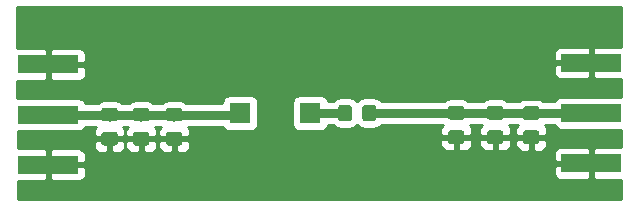
<source format=gbr>
G04 #@! TF.GenerationSoftware,KiCad,Pcbnew,(6.0.0-rc1-dev-305-gf0b8b21)*
G04 #@! TF.CreationDate,2020-01-16T15:17:02-08:00*
G04 #@! TF.ProjectId,29.4MHz_Bandpass_Filter_Rev1,32392E344D487A5F42616E6470617373,rev?*
G04 #@! TF.SameCoordinates,Original*
G04 #@! TF.FileFunction,Copper,L1,Top,Signal*
G04 #@! TF.FilePolarity,Positive*
%FSLAX46Y46*%
G04 Gerber Fmt 4.6, Leading zero omitted, Abs format (unit mm)*
G04 Created by KiCad (PCBNEW (6.0.0-rc1-dev-305-gf0b8b21)) date Thursday, January 16, 2020 at 03:17:02 PM*
%MOMM*%
%LPD*%
G01*
G04 APERTURE LIST*
G04 #@! TA.AperFunction,Conductor*
%ADD10C,0.100000*%
G04 #@! TD*
G04 #@! TA.AperFunction,SMDPad,CuDef*
%ADD11C,1.150000*%
G04 #@! TD*
G04 #@! TA.AperFunction,SMDPad,CuDef*
%ADD12R,1.778000X1.778000*%
G04 #@! TD*
G04 #@! TA.AperFunction,SMDPad,CuDef*
%ADD13R,5.080000X1.500000*%
G04 #@! TD*
G04 #@! TA.AperFunction,Conductor*
%ADD14C,0.250000*%
G04 #@! TD*
G04 #@! TA.AperFunction,Conductor*
%ADD15C,0.762000*%
G04 #@! TD*
G04 #@! TA.AperFunction,Conductor*
%ADD16C,0.254000*%
G04 #@! TD*
G04 APERTURE END LIST*
D10*
G04 #@! TO.N,Net-(C1-Pad1)*
G04 #@! TO.C,C1*
G36*
X121251505Y-55678204D02*
X121275773Y-55681804D01*
X121299572Y-55687765D01*
X121322671Y-55696030D01*
X121344850Y-55706520D01*
X121365893Y-55719132D01*
X121385599Y-55733747D01*
X121403777Y-55750223D01*
X121420253Y-55768401D01*
X121434868Y-55788107D01*
X121447480Y-55809150D01*
X121457970Y-55831329D01*
X121466235Y-55854428D01*
X121472196Y-55878227D01*
X121475796Y-55902495D01*
X121477000Y-55926999D01*
X121477000Y-56577001D01*
X121475796Y-56601505D01*
X121472196Y-56625773D01*
X121466235Y-56649572D01*
X121457970Y-56672671D01*
X121447480Y-56694850D01*
X121434868Y-56715893D01*
X121420253Y-56735599D01*
X121403777Y-56753777D01*
X121385599Y-56770253D01*
X121365893Y-56784868D01*
X121344850Y-56797480D01*
X121322671Y-56807970D01*
X121299572Y-56816235D01*
X121275773Y-56822196D01*
X121251505Y-56825796D01*
X121227001Y-56827000D01*
X120326999Y-56827000D01*
X120302495Y-56825796D01*
X120278227Y-56822196D01*
X120254428Y-56816235D01*
X120231329Y-56807970D01*
X120209150Y-56797480D01*
X120188107Y-56784868D01*
X120168401Y-56770253D01*
X120150223Y-56753777D01*
X120133747Y-56735599D01*
X120119132Y-56715893D01*
X120106520Y-56694850D01*
X120096030Y-56672671D01*
X120087765Y-56649572D01*
X120081804Y-56625773D01*
X120078204Y-56601505D01*
X120077000Y-56577001D01*
X120077000Y-55926999D01*
X120078204Y-55902495D01*
X120081804Y-55878227D01*
X120087765Y-55854428D01*
X120096030Y-55831329D01*
X120106520Y-55809150D01*
X120119132Y-55788107D01*
X120133747Y-55768401D01*
X120150223Y-55750223D01*
X120168401Y-55733747D01*
X120188107Y-55719132D01*
X120209150Y-55706520D01*
X120231329Y-55696030D01*
X120254428Y-55687765D01*
X120278227Y-55681804D01*
X120302495Y-55678204D01*
X120326999Y-55677000D01*
X121227001Y-55677000D01*
X121251505Y-55678204D01*
X121251505Y-55678204D01*
G37*
D11*
G04 #@! TD*
G04 #@! TO.P,C1,1*
G04 #@! TO.N,Net-(C1-Pad1)*
X120777000Y-56252000D03*
D10*
G04 #@! TO.N,GND*
G04 #@! TO.C,C1*
G36*
X121251505Y-57728204D02*
X121275773Y-57731804D01*
X121299572Y-57737765D01*
X121322671Y-57746030D01*
X121344850Y-57756520D01*
X121365893Y-57769132D01*
X121385599Y-57783747D01*
X121403777Y-57800223D01*
X121420253Y-57818401D01*
X121434868Y-57838107D01*
X121447480Y-57859150D01*
X121457970Y-57881329D01*
X121466235Y-57904428D01*
X121472196Y-57928227D01*
X121475796Y-57952495D01*
X121477000Y-57976999D01*
X121477000Y-58627001D01*
X121475796Y-58651505D01*
X121472196Y-58675773D01*
X121466235Y-58699572D01*
X121457970Y-58722671D01*
X121447480Y-58744850D01*
X121434868Y-58765893D01*
X121420253Y-58785599D01*
X121403777Y-58803777D01*
X121385599Y-58820253D01*
X121365893Y-58834868D01*
X121344850Y-58847480D01*
X121322671Y-58857970D01*
X121299572Y-58866235D01*
X121275773Y-58872196D01*
X121251505Y-58875796D01*
X121227001Y-58877000D01*
X120326999Y-58877000D01*
X120302495Y-58875796D01*
X120278227Y-58872196D01*
X120254428Y-58866235D01*
X120231329Y-58857970D01*
X120209150Y-58847480D01*
X120188107Y-58834868D01*
X120168401Y-58820253D01*
X120150223Y-58803777D01*
X120133747Y-58785599D01*
X120119132Y-58765893D01*
X120106520Y-58744850D01*
X120096030Y-58722671D01*
X120087765Y-58699572D01*
X120081804Y-58675773D01*
X120078204Y-58651505D01*
X120077000Y-58627001D01*
X120077000Y-57976999D01*
X120078204Y-57952495D01*
X120081804Y-57928227D01*
X120087765Y-57904428D01*
X120096030Y-57881329D01*
X120106520Y-57859150D01*
X120119132Y-57838107D01*
X120133747Y-57818401D01*
X120150223Y-57800223D01*
X120168401Y-57783747D01*
X120188107Y-57769132D01*
X120209150Y-57756520D01*
X120231329Y-57746030D01*
X120254428Y-57737765D01*
X120278227Y-57731804D01*
X120302495Y-57728204D01*
X120326999Y-57727000D01*
X121227001Y-57727000D01*
X121251505Y-57728204D01*
X121251505Y-57728204D01*
G37*
D11*
G04 #@! TD*
G04 #@! TO.P,C1,2*
G04 #@! TO.N,GND*
X120777000Y-58302000D03*
D10*
G04 #@! TO.N,GND*
G04 #@! TO.C,C2*
G36*
X124045505Y-57728204D02*
X124069773Y-57731804D01*
X124093572Y-57737765D01*
X124116671Y-57746030D01*
X124138850Y-57756520D01*
X124159893Y-57769132D01*
X124179599Y-57783747D01*
X124197777Y-57800223D01*
X124214253Y-57818401D01*
X124228868Y-57838107D01*
X124241480Y-57859150D01*
X124251970Y-57881329D01*
X124260235Y-57904428D01*
X124266196Y-57928227D01*
X124269796Y-57952495D01*
X124271000Y-57976999D01*
X124271000Y-58627001D01*
X124269796Y-58651505D01*
X124266196Y-58675773D01*
X124260235Y-58699572D01*
X124251970Y-58722671D01*
X124241480Y-58744850D01*
X124228868Y-58765893D01*
X124214253Y-58785599D01*
X124197777Y-58803777D01*
X124179599Y-58820253D01*
X124159893Y-58834868D01*
X124138850Y-58847480D01*
X124116671Y-58857970D01*
X124093572Y-58866235D01*
X124069773Y-58872196D01*
X124045505Y-58875796D01*
X124021001Y-58877000D01*
X123120999Y-58877000D01*
X123096495Y-58875796D01*
X123072227Y-58872196D01*
X123048428Y-58866235D01*
X123025329Y-58857970D01*
X123003150Y-58847480D01*
X122982107Y-58834868D01*
X122962401Y-58820253D01*
X122944223Y-58803777D01*
X122927747Y-58785599D01*
X122913132Y-58765893D01*
X122900520Y-58744850D01*
X122890030Y-58722671D01*
X122881765Y-58699572D01*
X122875804Y-58675773D01*
X122872204Y-58651505D01*
X122871000Y-58627001D01*
X122871000Y-57976999D01*
X122872204Y-57952495D01*
X122875804Y-57928227D01*
X122881765Y-57904428D01*
X122890030Y-57881329D01*
X122900520Y-57859150D01*
X122913132Y-57838107D01*
X122927747Y-57818401D01*
X122944223Y-57800223D01*
X122962401Y-57783747D01*
X122982107Y-57769132D01*
X123003150Y-57756520D01*
X123025329Y-57746030D01*
X123048428Y-57737765D01*
X123072227Y-57731804D01*
X123096495Y-57728204D01*
X123120999Y-57727000D01*
X124021001Y-57727000D01*
X124045505Y-57728204D01*
X124045505Y-57728204D01*
G37*
D11*
G04 #@! TD*
G04 #@! TO.P,C2,2*
G04 #@! TO.N,GND*
X123571000Y-58302000D03*
D10*
G04 #@! TO.N,Net-(C1-Pad1)*
G04 #@! TO.C,C2*
G36*
X124045505Y-55678204D02*
X124069773Y-55681804D01*
X124093572Y-55687765D01*
X124116671Y-55696030D01*
X124138850Y-55706520D01*
X124159893Y-55719132D01*
X124179599Y-55733747D01*
X124197777Y-55750223D01*
X124214253Y-55768401D01*
X124228868Y-55788107D01*
X124241480Y-55809150D01*
X124251970Y-55831329D01*
X124260235Y-55854428D01*
X124266196Y-55878227D01*
X124269796Y-55902495D01*
X124271000Y-55926999D01*
X124271000Y-56577001D01*
X124269796Y-56601505D01*
X124266196Y-56625773D01*
X124260235Y-56649572D01*
X124251970Y-56672671D01*
X124241480Y-56694850D01*
X124228868Y-56715893D01*
X124214253Y-56735599D01*
X124197777Y-56753777D01*
X124179599Y-56770253D01*
X124159893Y-56784868D01*
X124138850Y-56797480D01*
X124116671Y-56807970D01*
X124093572Y-56816235D01*
X124069773Y-56822196D01*
X124045505Y-56825796D01*
X124021001Y-56827000D01*
X123120999Y-56827000D01*
X123096495Y-56825796D01*
X123072227Y-56822196D01*
X123048428Y-56816235D01*
X123025329Y-56807970D01*
X123003150Y-56797480D01*
X122982107Y-56784868D01*
X122962401Y-56770253D01*
X122944223Y-56753777D01*
X122927747Y-56735599D01*
X122913132Y-56715893D01*
X122900520Y-56694850D01*
X122890030Y-56672671D01*
X122881765Y-56649572D01*
X122875804Y-56625773D01*
X122872204Y-56601505D01*
X122871000Y-56577001D01*
X122871000Y-55926999D01*
X122872204Y-55902495D01*
X122875804Y-55878227D01*
X122881765Y-55854428D01*
X122890030Y-55831329D01*
X122900520Y-55809150D01*
X122913132Y-55788107D01*
X122927747Y-55768401D01*
X122944223Y-55750223D01*
X122962401Y-55733747D01*
X122982107Y-55719132D01*
X123003150Y-55706520D01*
X123025329Y-55696030D01*
X123048428Y-55687765D01*
X123072227Y-55681804D01*
X123096495Y-55678204D01*
X123120999Y-55677000D01*
X124021001Y-55677000D01*
X124045505Y-55678204D01*
X124045505Y-55678204D01*
G37*
D11*
G04 #@! TD*
G04 #@! TO.P,C2,1*
G04 #@! TO.N,Net-(C1-Pad1)*
X123571000Y-56252000D03*
D12*
G04 #@! TO.P,C3,1*
G04 #@! TO.N,Net-(C3-Pad1)*
X135094472Y-56134000D03*
G04 #@! TO.P,C3,2*
G04 #@! TO.N,Net-(C1-Pad1)*
X129159000Y-56134000D03*
G04 #@! TD*
D10*
G04 #@! TO.N,GND*
G04 #@! TO.C,C4*
G36*
X147921505Y-57592204D02*
X147945773Y-57595804D01*
X147969572Y-57601765D01*
X147992671Y-57610030D01*
X148014850Y-57620520D01*
X148035893Y-57633132D01*
X148055599Y-57647747D01*
X148073777Y-57664223D01*
X148090253Y-57682401D01*
X148104868Y-57702107D01*
X148117480Y-57723150D01*
X148127970Y-57745329D01*
X148136235Y-57768428D01*
X148142196Y-57792227D01*
X148145796Y-57816495D01*
X148147000Y-57840999D01*
X148147000Y-58491001D01*
X148145796Y-58515505D01*
X148142196Y-58539773D01*
X148136235Y-58563572D01*
X148127970Y-58586671D01*
X148117480Y-58608850D01*
X148104868Y-58629893D01*
X148090253Y-58649599D01*
X148073777Y-58667777D01*
X148055599Y-58684253D01*
X148035893Y-58698868D01*
X148014850Y-58711480D01*
X147992671Y-58721970D01*
X147969572Y-58730235D01*
X147945773Y-58736196D01*
X147921505Y-58739796D01*
X147897001Y-58741000D01*
X146996999Y-58741000D01*
X146972495Y-58739796D01*
X146948227Y-58736196D01*
X146924428Y-58730235D01*
X146901329Y-58721970D01*
X146879150Y-58711480D01*
X146858107Y-58698868D01*
X146838401Y-58684253D01*
X146820223Y-58667777D01*
X146803747Y-58649599D01*
X146789132Y-58629893D01*
X146776520Y-58608850D01*
X146766030Y-58586671D01*
X146757765Y-58563572D01*
X146751804Y-58539773D01*
X146748204Y-58515505D01*
X146747000Y-58491001D01*
X146747000Y-57840999D01*
X146748204Y-57816495D01*
X146751804Y-57792227D01*
X146757765Y-57768428D01*
X146766030Y-57745329D01*
X146776520Y-57723150D01*
X146789132Y-57702107D01*
X146803747Y-57682401D01*
X146820223Y-57664223D01*
X146838401Y-57647747D01*
X146858107Y-57633132D01*
X146879150Y-57620520D01*
X146901329Y-57610030D01*
X146924428Y-57601765D01*
X146948227Y-57595804D01*
X146972495Y-57592204D01*
X146996999Y-57591000D01*
X147897001Y-57591000D01*
X147921505Y-57592204D01*
X147921505Y-57592204D01*
G37*
D11*
G04 #@! TD*
G04 #@! TO.P,C4,1*
G04 #@! TO.N,GND*
X147447000Y-58166000D03*
D10*
G04 #@! TO.N,Net-(C4-Pad2)*
G04 #@! TO.C,C4*
G36*
X147921505Y-55542204D02*
X147945773Y-55545804D01*
X147969572Y-55551765D01*
X147992671Y-55560030D01*
X148014850Y-55570520D01*
X148035893Y-55583132D01*
X148055599Y-55597747D01*
X148073777Y-55614223D01*
X148090253Y-55632401D01*
X148104868Y-55652107D01*
X148117480Y-55673150D01*
X148127970Y-55695329D01*
X148136235Y-55718428D01*
X148142196Y-55742227D01*
X148145796Y-55766495D01*
X148147000Y-55790999D01*
X148147000Y-56441001D01*
X148145796Y-56465505D01*
X148142196Y-56489773D01*
X148136235Y-56513572D01*
X148127970Y-56536671D01*
X148117480Y-56558850D01*
X148104868Y-56579893D01*
X148090253Y-56599599D01*
X148073777Y-56617777D01*
X148055599Y-56634253D01*
X148035893Y-56648868D01*
X148014850Y-56661480D01*
X147992671Y-56671970D01*
X147969572Y-56680235D01*
X147945773Y-56686196D01*
X147921505Y-56689796D01*
X147897001Y-56691000D01*
X146996999Y-56691000D01*
X146972495Y-56689796D01*
X146948227Y-56686196D01*
X146924428Y-56680235D01*
X146901329Y-56671970D01*
X146879150Y-56661480D01*
X146858107Y-56648868D01*
X146838401Y-56634253D01*
X146820223Y-56617777D01*
X146803747Y-56599599D01*
X146789132Y-56579893D01*
X146776520Y-56558850D01*
X146766030Y-56536671D01*
X146757765Y-56513572D01*
X146751804Y-56489773D01*
X146748204Y-56465505D01*
X146747000Y-56441001D01*
X146747000Y-55790999D01*
X146748204Y-55766495D01*
X146751804Y-55742227D01*
X146757765Y-55718428D01*
X146766030Y-55695329D01*
X146776520Y-55673150D01*
X146789132Y-55652107D01*
X146803747Y-55632401D01*
X146820223Y-55614223D01*
X146838401Y-55597747D01*
X146858107Y-55583132D01*
X146879150Y-55570520D01*
X146901329Y-55560030D01*
X146924428Y-55551765D01*
X146948227Y-55545804D01*
X146972495Y-55542204D01*
X146996999Y-55541000D01*
X147897001Y-55541000D01*
X147921505Y-55542204D01*
X147921505Y-55542204D01*
G37*
D11*
G04 #@! TD*
G04 #@! TO.P,C4,2*
G04 #@! TO.N,Net-(C4-Pad2)*
X147447000Y-56116000D03*
D10*
G04 #@! TO.N,GND*
G04 #@! TO.C,C5*
G36*
X151223505Y-57592204D02*
X151247773Y-57595804D01*
X151271572Y-57601765D01*
X151294671Y-57610030D01*
X151316850Y-57620520D01*
X151337893Y-57633132D01*
X151357599Y-57647747D01*
X151375777Y-57664223D01*
X151392253Y-57682401D01*
X151406868Y-57702107D01*
X151419480Y-57723150D01*
X151429970Y-57745329D01*
X151438235Y-57768428D01*
X151444196Y-57792227D01*
X151447796Y-57816495D01*
X151449000Y-57840999D01*
X151449000Y-58491001D01*
X151447796Y-58515505D01*
X151444196Y-58539773D01*
X151438235Y-58563572D01*
X151429970Y-58586671D01*
X151419480Y-58608850D01*
X151406868Y-58629893D01*
X151392253Y-58649599D01*
X151375777Y-58667777D01*
X151357599Y-58684253D01*
X151337893Y-58698868D01*
X151316850Y-58711480D01*
X151294671Y-58721970D01*
X151271572Y-58730235D01*
X151247773Y-58736196D01*
X151223505Y-58739796D01*
X151199001Y-58741000D01*
X150298999Y-58741000D01*
X150274495Y-58739796D01*
X150250227Y-58736196D01*
X150226428Y-58730235D01*
X150203329Y-58721970D01*
X150181150Y-58711480D01*
X150160107Y-58698868D01*
X150140401Y-58684253D01*
X150122223Y-58667777D01*
X150105747Y-58649599D01*
X150091132Y-58629893D01*
X150078520Y-58608850D01*
X150068030Y-58586671D01*
X150059765Y-58563572D01*
X150053804Y-58539773D01*
X150050204Y-58515505D01*
X150049000Y-58491001D01*
X150049000Y-57840999D01*
X150050204Y-57816495D01*
X150053804Y-57792227D01*
X150059765Y-57768428D01*
X150068030Y-57745329D01*
X150078520Y-57723150D01*
X150091132Y-57702107D01*
X150105747Y-57682401D01*
X150122223Y-57664223D01*
X150140401Y-57647747D01*
X150160107Y-57633132D01*
X150181150Y-57620520D01*
X150203329Y-57610030D01*
X150226428Y-57601765D01*
X150250227Y-57595804D01*
X150274495Y-57592204D01*
X150298999Y-57591000D01*
X151199001Y-57591000D01*
X151223505Y-57592204D01*
X151223505Y-57592204D01*
G37*
D11*
G04 #@! TD*
G04 #@! TO.P,C5,2*
G04 #@! TO.N,GND*
X150749000Y-58166000D03*
D10*
G04 #@! TO.N,Net-(C4-Pad2)*
G04 #@! TO.C,C5*
G36*
X151223505Y-55542204D02*
X151247773Y-55545804D01*
X151271572Y-55551765D01*
X151294671Y-55560030D01*
X151316850Y-55570520D01*
X151337893Y-55583132D01*
X151357599Y-55597747D01*
X151375777Y-55614223D01*
X151392253Y-55632401D01*
X151406868Y-55652107D01*
X151419480Y-55673150D01*
X151429970Y-55695329D01*
X151438235Y-55718428D01*
X151444196Y-55742227D01*
X151447796Y-55766495D01*
X151449000Y-55790999D01*
X151449000Y-56441001D01*
X151447796Y-56465505D01*
X151444196Y-56489773D01*
X151438235Y-56513572D01*
X151429970Y-56536671D01*
X151419480Y-56558850D01*
X151406868Y-56579893D01*
X151392253Y-56599599D01*
X151375777Y-56617777D01*
X151357599Y-56634253D01*
X151337893Y-56648868D01*
X151316850Y-56661480D01*
X151294671Y-56671970D01*
X151271572Y-56680235D01*
X151247773Y-56686196D01*
X151223505Y-56689796D01*
X151199001Y-56691000D01*
X150298999Y-56691000D01*
X150274495Y-56689796D01*
X150250227Y-56686196D01*
X150226428Y-56680235D01*
X150203329Y-56671970D01*
X150181150Y-56661480D01*
X150160107Y-56648868D01*
X150140401Y-56634253D01*
X150122223Y-56617777D01*
X150105747Y-56599599D01*
X150091132Y-56579893D01*
X150078520Y-56558850D01*
X150068030Y-56536671D01*
X150059765Y-56513572D01*
X150053804Y-56489773D01*
X150050204Y-56465505D01*
X150049000Y-56441001D01*
X150049000Y-55790999D01*
X150050204Y-55766495D01*
X150053804Y-55742227D01*
X150059765Y-55718428D01*
X150068030Y-55695329D01*
X150078520Y-55673150D01*
X150091132Y-55652107D01*
X150105747Y-55632401D01*
X150122223Y-55614223D01*
X150140401Y-55597747D01*
X150160107Y-55583132D01*
X150181150Y-55570520D01*
X150203329Y-55560030D01*
X150226428Y-55551765D01*
X150250227Y-55545804D01*
X150274495Y-55542204D01*
X150298999Y-55541000D01*
X151199001Y-55541000D01*
X151223505Y-55542204D01*
X151223505Y-55542204D01*
G37*
D11*
G04 #@! TD*
G04 #@! TO.P,C5,1*
G04 #@! TO.N,Net-(C4-Pad2)*
X150749000Y-56116000D03*
D13*
G04 #@! TO.P,J1,1*
G04 #@! TO.N,Net-(C1-Pad1)*
X112903000Y-56261000D03*
G04 #@! TO.P,J1,2*
G04 #@! TO.N,GND*
X112903000Y-60511000D03*
X112903000Y-52011000D03*
G04 #@! TD*
G04 #@! TO.P,J2,2*
G04 #@! TO.N,GND*
X158877000Y-60384000D03*
X158877000Y-51884000D03*
G04 #@! TO.P,J2,1*
G04 #@! TO.N,Net-(C4-Pad2)*
X158877000Y-56134000D03*
G04 #@! TD*
D10*
G04 #@! TO.N,GND*
G04 #@! TO.C,L1*
G36*
X118575505Y-57728204D02*
X118599773Y-57731804D01*
X118623572Y-57737765D01*
X118646671Y-57746030D01*
X118668850Y-57756520D01*
X118689893Y-57769132D01*
X118709599Y-57783747D01*
X118727777Y-57800223D01*
X118744253Y-57818401D01*
X118758868Y-57838107D01*
X118771480Y-57859150D01*
X118781970Y-57881329D01*
X118790235Y-57904428D01*
X118796196Y-57928227D01*
X118799796Y-57952495D01*
X118801000Y-57976999D01*
X118801000Y-58627001D01*
X118799796Y-58651505D01*
X118796196Y-58675773D01*
X118790235Y-58699572D01*
X118781970Y-58722671D01*
X118771480Y-58744850D01*
X118758868Y-58765893D01*
X118744253Y-58785599D01*
X118727777Y-58803777D01*
X118709599Y-58820253D01*
X118689893Y-58834868D01*
X118668850Y-58847480D01*
X118646671Y-58857970D01*
X118623572Y-58866235D01*
X118599773Y-58872196D01*
X118575505Y-58875796D01*
X118551001Y-58877000D01*
X117650999Y-58877000D01*
X117626495Y-58875796D01*
X117602227Y-58872196D01*
X117578428Y-58866235D01*
X117555329Y-58857970D01*
X117533150Y-58847480D01*
X117512107Y-58834868D01*
X117492401Y-58820253D01*
X117474223Y-58803777D01*
X117457747Y-58785599D01*
X117443132Y-58765893D01*
X117430520Y-58744850D01*
X117420030Y-58722671D01*
X117411765Y-58699572D01*
X117405804Y-58675773D01*
X117402204Y-58651505D01*
X117401000Y-58627001D01*
X117401000Y-57976999D01*
X117402204Y-57952495D01*
X117405804Y-57928227D01*
X117411765Y-57904428D01*
X117420030Y-57881329D01*
X117430520Y-57859150D01*
X117443132Y-57838107D01*
X117457747Y-57818401D01*
X117474223Y-57800223D01*
X117492401Y-57783747D01*
X117512107Y-57769132D01*
X117533150Y-57756520D01*
X117555329Y-57746030D01*
X117578428Y-57737765D01*
X117602227Y-57731804D01*
X117626495Y-57728204D01*
X117650999Y-57727000D01*
X118551001Y-57727000D01*
X118575505Y-57728204D01*
X118575505Y-57728204D01*
G37*
D11*
G04 #@! TD*
G04 #@! TO.P,L1,2*
G04 #@! TO.N,GND*
X118101000Y-58302000D03*
D10*
G04 #@! TO.N,Net-(C1-Pad1)*
G04 #@! TO.C,L1*
G36*
X118575505Y-55678204D02*
X118599773Y-55681804D01*
X118623572Y-55687765D01*
X118646671Y-55696030D01*
X118668850Y-55706520D01*
X118689893Y-55719132D01*
X118709599Y-55733747D01*
X118727777Y-55750223D01*
X118744253Y-55768401D01*
X118758868Y-55788107D01*
X118771480Y-55809150D01*
X118781970Y-55831329D01*
X118790235Y-55854428D01*
X118796196Y-55878227D01*
X118799796Y-55902495D01*
X118801000Y-55926999D01*
X118801000Y-56577001D01*
X118799796Y-56601505D01*
X118796196Y-56625773D01*
X118790235Y-56649572D01*
X118781970Y-56672671D01*
X118771480Y-56694850D01*
X118758868Y-56715893D01*
X118744253Y-56735599D01*
X118727777Y-56753777D01*
X118709599Y-56770253D01*
X118689893Y-56784868D01*
X118668850Y-56797480D01*
X118646671Y-56807970D01*
X118623572Y-56816235D01*
X118599773Y-56822196D01*
X118575505Y-56825796D01*
X118551001Y-56827000D01*
X117650999Y-56827000D01*
X117626495Y-56825796D01*
X117602227Y-56822196D01*
X117578428Y-56816235D01*
X117555329Y-56807970D01*
X117533150Y-56797480D01*
X117512107Y-56784868D01*
X117492401Y-56770253D01*
X117474223Y-56753777D01*
X117457747Y-56735599D01*
X117443132Y-56715893D01*
X117430520Y-56694850D01*
X117420030Y-56672671D01*
X117411765Y-56649572D01*
X117405804Y-56625773D01*
X117402204Y-56601505D01*
X117401000Y-56577001D01*
X117401000Y-55926999D01*
X117402204Y-55902495D01*
X117405804Y-55878227D01*
X117411765Y-55854428D01*
X117420030Y-55831329D01*
X117430520Y-55809150D01*
X117443132Y-55788107D01*
X117457747Y-55768401D01*
X117474223Y-55750223D01*
X117492401Y-55733747D01*
X117512107Y-55719132D01*
X117533150Y-55706520D01*
X117555329Y-55696030D01*
X117578428Y-55687765D01*
X117602227Y-55681804D01*
X117626495Y-55678204D01*
X117650999Y-55677000D01*
X118551001Y-55677000D01*
X118575505Y-55678204D01*
X118575505Y-55678204D01*
G37*
D11*
G04 #@! TD*
G04 #@! TO.P,L1,1*
G04 #@! TO.N,Net-(C1-Pad1)*
X118101000Y-56252000D03*
D10*
G04 #@! TO.N,Net-(C3-Pad1)*
G04 #@! TO.C,L2*
G36*
X138380505Y-55435204D02*
X138404773Y-55438804D01*
X138428572Y-55444765D01*
X138451671Y-55453030D01*
X138473850Y-55463520D01*
X138494893Y-55476132D01*
X138514599Y-55490747D01*
X138532777Y-55507223D01*
X138549253Y-55525401D01*
X138563868Y-55545107D01*
X138576480Y-55566150D01*
X138586970Y-55588329D01*
X138595235Y-55611428D01*
X138601196Y-55635227D01*
X138604796Y-55659495D01*
X138606000Y-55683999D01*
X138606000Y-56584001D01*
X138604796Y-56608505D01*
X138601196Y-56632773D01*
X138595235Y-56656572D01*
X138586970Y-56679671D01*
X138576480Y-56701850D01*
X138563868Y-56722893D01*
X138549253Y-56742599D01*
X138532777Y-56760777D01*
X138514599Y-56777253D01*
X138494893Y-56791868D01*
X138473850Y-56804480D01*
X138451671Y-56814970D01*
X138428572Y-56823235D01*
X138404773Y-56829196D01*
X138380505Y-56832796D01*
X138356001Y-56834000D01*
X137705999Y-56834000D01*
X137681495Y-56832796D01*
X137657227Y-56829196D01*
X137633428Y-56823235D01*
X137610329Y-56814970D01*
X137588150Y-56804480D01*
X137567107Y-56791868D01*
X137547401Y-56777253D01*
X137529223Y-56760777D01*
X137512747Y-56742599D01*
X137498132Y-56722893D01*
X137485520Y-56701850D01*
X137475030Y-56679671D01*
X137466765Y-56656572D01*
X137460804Y-56632773D01*
X137457204Y-56608505D01*
X137456000Y-56584001D01*
X137456000Y-55683999D01*
X137457204Y-55659495D01*
X137460804Y-55635227D01*
X137466765Y-55611428D01*
X137475030Y-55588329D01*
X137485520Y-55566150D01*
X137498132Y-55545107D01*
X137512747Y-55525401D01*
X137529223Y-55507223D01*
X137547401Y-55490747D01*
X137567107Y-55476132D01*
X137588150Y-55463520D01*
X137610329Y-55453030D01*
X137633428Y-55444765D01*
X137657227Y-55438804D01*
X137681495Y-55435204D01*
X137705999Y-55434000D01*
X138356001Y-55434000D01*
X138380505Y-55435204D01*
X138380505Y-55435204D01*
G37*
D11*
G04 #@! TD*
G04 #@! TO.P,L2,1*
G04 #@! TO.N,Net-(C3-Pad1)*
X138031000Y-56134000D03*
D10*
G04 #@! TO.N,Net-(C4-Pad2)*
G04 #@! TO.C,L2*
G36*
X140430505Y-55435204D02*
X140454773Y-55438804D01*
X140478572Y-55444765D01*
X140501671Y-55453030D01*
X140523850Y-55463520D01*
X140544893Y-55476132D01*
X140564599Y-55490747D01*
X140582777Y-55507223D01*
X140599253Y-55525401D01*
X140613868Y-55545107D01*
X140626480Y-55566150D01*
X140636970Y-55588329D01*
X140645235Y-55611428D01*
X140651196Y-55635227D01*
X140654796Y-55659495D01*
X140656000Y-55683999D01*
X140656000Y-56584001D01*
X140654796Y-56608505D01*
X140651196Y-56632773D01*
X140645235Y-56656572D01*
X140636970Y-56679671D01*
X140626480Y-56701850D01*
X140613868Y-56722893D01*
X140599253Y-56742599D01*
X140582777Y-56760777D01*
X140564599Y-56777253D01*
X140544893Y-56791868D01*
X140523850Y-56804480D01*
X140501671Y-56814970D01*
X140478572Y-56823235D01*
X140454773Y-56829196D01*
X140430505Y-56832796D01*
X140406001Y-56834000D01*
X139755999Y-56834000D01*
X139731495Y-56832796D01*
X139707227Y-56829196D01*
X139683428Y-56823235D01*
X139660329Y-56814970D01*
X139638150Y-56804480D01*
X139617107Y-56791868D01*
X139597401Y-56777253D01*
X139579223Y-56760777D01*
X139562747Y-56742599D01*
X139548132Y-56722893D01*
X139535520Y-56701850D01*
X139525030Y-56679671D01*
X139516765Y-56656572D01*
X139510804Y-56632773D01*
X139507204Y-56608505D01*
X139506000Y-56584001D01*
X139506000Y-55683999D01*
X139507204Y-55659495D01*
X139510804Y-55635227D01*
X139516765Y-55611428D01*
X139525030Y-55588329D01*
X139535520Y-55566150D01*
X139548132Y-55545107D01*
X139562747Y-55525401D01*
X139579223Y-55507223D01*
X139597401Y-55490747D01*
X139617107Y-55476132D01*
X139638150Y-55463520D01*
X139660329Y-55453030D01*
X139683428Y-55444765D01*
X139707227Y-55438804D01*
X139731495Y-55435204D01*
X139755999Y-55434000D01*
X140406001Y-55434000D01*
X140430505Y-55435204D01*
X140430505Y-55435204D01*
G37*
D11*
G04 #@! TD*
G04 #@! TO.P,L2,2*
G04 #@! TO.N,Net-(C4-Pad2)*
X140081000Y-56134000D03*
D10*
G04 #@! TO.N,Net-(C4-Pad2)*
G04 #@! TO.C,L3*
G36*
X154271505Y-55551204D02*
X154295773Y-55554804D01*
X154319572Y-55560765D01*
X154342671Y-55569030D01*
X154364850Y-55579520D01*
X154385893Y-55592132D01*
X154405599Y-55606747D01*
X154423777Y-55623223D01*
X154440253Y-55641401D01*
X154454868Y-55661107D01*
X154467480Y-55682150D01*
X154477970Y-55704329D01*
X154486235Y-55727428D01*
X154492196Y-55751227D01*
X154495796Y-55775495D01*
X154497000Y-55799999D01*
X154497000Y-56450001D01*
X154495796Y-56474505D01*
X154492196Y-56498773D01*
X154486235Y-56522572D01*
X154477970Y-56545671D01*
X154467480Y-56567850D01*
X154454868Y-56588893D01*
X154440253Y-56608599D01*
X154423777Y-56626777D01*
X154405599Y-56643253D01*
X154385893Y-56657868D01*
X154364850Y-56670480D01*
X154342671Y-56680970D01*
X154319572Y-56689235D01*
X154295773Y-56695196D01*
X154271505Y-56698796D01*
X154247001Y-56700000D01*
X153346999Y-56700000D01*
X153322495Y-56698796D01*
X153298227Y-56695196D01*
X153274428Y-56689235D01*
X153251329Y-56680970D01*
X153229150Y-56670480D01*
X153208107Y-56657868D01*
X153188401Y-56643253D01*
X153170223Y-56626777D01*
X153153747Y-56608599D01*
X153139132Y-56588893D01*
X153126520Y-56567850D01*
X153116030Y-56545671D01*
X153107765Y-56522572D01*
X153101804Y-56498773D01*
X153098204Y-56474505D01*
X153097000Y-56450001D01*
X153097000Y-55799999D01*
X153098204Y-55775495D01*
X153101804Y-55751227D01*
X153107765Y-55727428D01*
X153116030Y-55704329D01*
X153126520Y-55682150D01*
X153139132Y-55661107D01*
X153153747Y-55641401D01*
X153170223Y-55623223D01*
X153188401Y-55606747D01*
X153208107Y-55592132D01*
X153229150Y-55579520D01*
X153251329Y-55569030D01*
X153274428Y-55560765D01*
X153298227Y-55554804D01*
X153322495Y-55551204D01*
X153346999Y-55550000D01*
X154247001Y-55550000D01*
X154271505Y-55551204D01*
X154271505Y-55551204D01*
G37*
D11*
G04 #@! TD*
G04 #@! TO.P,L3,1*
G04 #@! TO.N,Net-(C4-Pad2)*
X153797000Y-56125000D03*
D10*
G04 #@! TO.N,GND*
G04 #@! TO.C,L3*
G36*
X154271505Y-57601204D02*
X154295773Y-57604804D01*
X154319572Y-57610765D01*
X154342671Y-57619030D01*
X154364850Y-57629520D01*
X154385893Y-57642132D01*
X154405599Y-57656747D01*
X154423777Y-57673223D01*
X154440253Y-57691401D01*
X154454868Y-57711107D01*
X154467480Y-57732150D01*
X154477970Y-57754329D01*
X154486235Y-57777428D01*
X154492196Y-57801227D01*
X154495796Y-57825495D01*
X154497000Y-57849999D01*
X154497000Y-58500001D01*
X154495796Y-58524505D01*
X154492196Y-58548773D01*
X154486235Y-58572572D01*
X154477970Y-58595671D01*
X154467480Y-58617850D01*
X154454868Y-58638893D01*
X154440253Y-58658599D01*
X154423777Y-58676777D01*
X154405599Y-58693253D01*
X154385893Y-58707868D01*
X154364850Y-58720480D01*
X154342671Y-58730970D01*
X154319572Y-58739235D01*
X154295773Y-58745196D01*
X154271505Y-58748796D01*
X154247001Y-58750000D01*
X153346999Y-58750000D01*
X153322495Y-58748796D01*
X153298227Y-58745196D01*
X153274428Y-58739235D01*
X153251329Y-58730970D01*
X153229150Y-58720480D01*
X153208107Y-58707868D01*
X153188401Y-58693253D01*
X153170223Y-58676777D01*
X153153747Y-58658599D01*
X153139132Y-58638893D01*
X153126520Y-58617850D01*
X153116030Y-58595671D01*
X153107765Y-58572572D01*
X153101804Y-58548773D01*
X153098204Y-58524505D01*
X153097000Y-58500001D01*
X153097000Y-57849999D01*
X153098204Y-57825495D01*
X153101804Y-57801227D01*
X153107765Y-57777428D01*
X153116030Y-57754329D01*
X153126520Y-57732150D01*
X153139132Y-57711107D01*
X153153747Y-57691401D01*
X153170223Y-57673223D01*
X153188401Y-57656747D01*
X153208107Y-57642132D01*
X153229150Y-57629520D01*
X153251329Y-57619030D01*
X153274428Y-57610765D01*
X153298227Y-57604804D01*
X153322495Y-57601204D01*
X153346999Y-57600000D01*
X154247001Y-57600000D01*
X154271505Y-57601204D01*
X154271505Y-57601204D01*
G37*
D11*
G04 #@! TD*
G04 #@! TO.P,L3,2*
G04 #@! TO.N,GND*
X153797000Y-58175000D03*
D14*
G04 #@! TO.N,Net-(C1-Pad1)*
X129032000Y-56261000D02*
X129159000Y-56134000D01*
D15*
X112903000Y-56261000D02*
X129032000Y-56261000D01*
G04 #@! TO.N,Net-(C3-Pad1)*
X135094472Y-56134000D02*
X138031000Y-56134000D01*
G04 #@! TO.N,Net-(C4-Pad2)*
X140081000Y-56134000D02*
X158877000Y-56134000D01*
G04 #@! TD*
D16*
G04 #@! TO.N,GND*
G36*
X161417000Y-50499000D02*
X159162750Y-50499000D01*
X159004000Y-50657750D01*
X159004000Y-51757000D01*
X159024000Y-51757000D01*
X159024000Y-52011000D01*
X159004000Y-52011000D01*
X159004000Y-53110250D01*
X159162750Y-53269000D01*
X161417000Y-53269000D01*
X161417000Y-54736560D01*
X156337000Y-54736560D01*
X156089235Y-54785843D01*
X155879191Y-54926191D01*
X155751027Y-55118000D01*
X154810626Y-55118000D01*
X154590436Y-54970873D01*
X154247001Y-54902560D01*
X153346999Y-54902560D01*
X153003564Y-54970873D01*
X152783374Y-55118000D01*
X151776096Y-55118000D01*
X151542436Y-54961873D01*
X151199001Y-54893560D01*
X150298999Y-54893560D01*
X149955564Y-54961873D01*
X149721904Y-55118000D01*
X148474096Y-55118000D01*
X148240436Y-54961873D01*
X147897001Y-54893560D01*
X146996999Y-54893560D01*
X146653564Y-54961873D01*
X146419904Y-55118000D01*
X141086414Y-55118000D01*
X141040586Y-55049414D01*
X140749436Y-54854873D01*
X140406001Y-54786560D01*
X139755999Y-54786560D01*
X139412564Y-54854873D01*
X139121414Y-55049414D01*
X139056000Y-55147313D01*
X138990586Y-55049414D01*
X138699436Y-54854873D01*
X138356001Y-54786560D01*
X137705999Y-54786560D01*
X137362564Y-54854873D01*
X137071414Y-55049414D01*
X137025586Y-55118000D01*
X136605650Y-55118000D01*
X136581629Y-54997235D01*
X136441281Y-54787191D01*
X136231237Y-54646843D01*
X135983472Y-54597560D01*
X134205472Y-54597560D01*
X133957707Y-54646843D01*
X133747663Y-54787191D01*
X133607315Y-54997235D01*
X133558032Y-55245000D01*
X133558032Y-57023000D01*
X133607315Y-57270765D01*
X133747663Y-57480809D01*
X133957707Y-57621157D01*
X134205472Y-57670440D01*
X135983472Y-57670440D01*
X136231237Y-57621157D01*
X136441281Y-57480809D01*
X136581629Y-57270765D01*
X136605650Y-57150000D01*
X137025586Y-57150000D01*
X137071414Y-57218586D01*
X137362564Y-57413127D01*
X137705999Y-57481440D01*
X138356001Y-57481440D01*
X138699436Y-57413127D01*
X138990586Y-57218586D01*
X139056000Y-57120687D01*
X139121414Y-57218586D01*
X139412564Y-57413127D01*
X139755999Y-57481440D01*
X140406001Y-57481440D01*
X140749436Y-57413127D01*
X141040586Y-57218586D01*
X141086414Y-57150000D01*
X146289975Y-57150000D01*
X146208673Y-57231302D01*
X146112000Y-57464691D01*
X146112000Y-57880250D01*
X146270750Y-58039000D01*
X147320000Y-58039000D01*
X147320000Y-58019000D01*
X147574000Y-58019000D01*
X147574000Y-58039000D01*
X148623250Y-58039000D01*
X148782000Y-57880250D01*
X148782000Y-57464691D01*
X148685327Y-57231302D01*
X148604025Y-57150000D01*
X149591975Y-57150000D01*
X149510673Y-57231302D01*
X149414000Y-57464691D01*
X149414000Y-57880250D01*
X149572750Y-58039000D01*
X150622000Y-58039000D01*
X150622000Y-58019000D01*
X150876000Y-58019000D01*
X150876000Y-58039000D01*
X151925250Y-58039000D01*
X152084000Y-57880250D01*
X152084000Y-57464691D01*
X151987327Y-57231302D01*
X151906025Y-57150000D01*
X152648974Y-57150000D01*
X152558673Y-57240302D01*
X152462000Y-57473691D01*
X152462000Y-57889250D01*
X152620750Y-58048000D01*
X153670000Y-58048000D01*
X153670000Y-58028000D01*
X153924000Y-58028000D01*
X153924000Y-58048000D01*
X154973250Y-58048000D01*
X155132000Y-57889250D01*
X155132000Y-57473691D01*
X155035327Y-57240302D01*
X154945026Y-57150000D01*
X155751027Y-57150000D01*
X155879191Y-57341809D01*
X156089235Y-57482157D01*
X156337000Y-57531440D01*
X161417000Y-57531440D01*
X161417000Y-58999000D01*
X159162750Y-58999000D01*
X159004000Y-59157750D01*
X159004000Y-60257000D01*
X159024000Y-60257000D01*
X159024000Y-60511000D01*
X159004000Y-60511000D01*
X159004000Y-61610250D01*
X159162750Y-61769000D01*
X161417000Y-61769000D01*
X161417000Y-63373000D01*
X110362027Y-63373000D01*
X110350665Y-61896000D01*
X112617250Y-61896000D01*
X112776000Y-61737250D01*
X112776000Y-60638000D01*
X113030000Y-60638000D01*
X113030000Y-61737250D01*
X113188750Y-61896000D01*
X115569310Y-61896000D01*
X115802699Y-61799327D01*
X115981327Y-61620698D01*
X116078000Y-61387309D01*
X116078000Y-60796750D01*
X115951000Y-60669750D01*
X155702000Y-60669750D01*
X155702000Y-61260309D01*
X155798673Y-61493698D01*
X155977301Y-61672327D01*
X156210690Y-61769000D01*
X158591250Y-61769000D01*
X158750000Y-61610250D01*
X158750000Y-60511000D01*
X155860750Y-60511000D01*
X155702000Y-60669750D01*
X115951000Y-60669750D01*
X115919250Y-60638000D01*
X113030000Y-60638000D01*
X112776000Y-60638000D01*
X112756000Y-60638000D01*
X112756000Y-60384000D01*
X112776000Y-60384000D01*
X112776000Y-59284750D01*
X113030000Y-59284750D01*
X113030000Y-60384000D01*
X115919250Y-60384000D01*
X116078000Y-60225250D01*
X116078000Y-59634691D01*
X115981327Y-59401302D01*
X115802699Y-59222673D01*
X115569310Y-59126000D01*
X113188750Y-59126000D01*
X113030000Y-59284750D01*
X112776000Y-59284750D01*
X112617250Y-59126000D01*
X110329358Y-59126000D01*
X110325218Y-58587750D01*
X116766000Y-58587750D01*
X116766000Y-59003309D01*
X116862673Y-59236698D01*
X117041301Y-59415327D01*
X117274690Y-59512000D01*
X117815250Y-59512000D01*
X117974000Y-59353250D01*
X117974000Y-58429000D01*
X118228000Y-58429000D01*
X118228000Y-59353250D01*
X118386750Y-59512000D01*
X118927310Y-59512000D01*
X119160699Y-59415327D01*
X119339327Y-59236698D01*
X119436000Y-59003309D01*
X119436000Y-58587750D01*
X119442000Y-58587750D01*
X119442000Y-59003309D01*
X119538673Y-59236698D01*
X119717301Y-59415327D01*
X119950690Y-59512000D01*
X120491250Y-59512000D01*
X120650000Y-59353250D01*
X120650000Y-58429000D01*
X120904000Y-58429000D01*
X120904000Y-59353250D01*
X121062750Y-59512000D01*
X121603310Y-59512000D01*
X121836699Y-59415327D01*
X122015327Y-59236698D01*
X122112000Y-59003309D01*
X122112000Y-58587750D01*
X122236000Y-58587750D01*
X122236000Y-59003309D01*
X122332673Y-59236698D01*
X122511301Y-59415327D01*
X122744690Y-59512000D01*
X123285250Y-59512000D01*
X123444000Y-59353250D01*
X123444000Y-58429000D01*
X123698000Y-58429000D01*
X123698000Y-59353250D01*
X123856750Y-59512000D01*
X124397310Y-59512000D01*
X124407712Y-59507691D01*
X155702000Y-59507691D01*
X155702000Y-60098250D01*
X155860750Y-60257000D01*
X158750000Y-60257000D01*
X158750000Y-59157750D01*
X158591250Y-58999000D01*
X156210690Y-58999000D01*
X155977301Y-59095673D01*
X155798673Y-59274302D01*
X155702000Y-59507691D01*
X124407712Y-59507691D01*
X124630699Y-59415327D01*
X124809327Y-59236698D01*
X124906000Y-59003309D01*
X124906000Y-58587750D01*
X124770000Y-58451750D01*
X146112000Y-58451750D01*
X146112000Y-58867309D01*
X146208673Y-59100698D01*
X146387301Y-59279327D01*
X146620690Y-59376000D01*
X147161250Y-59376000D01*
X147320000Y-59217250D01*
X147320000Y-58293000D01*
X147574000Y-58293000D01*
X147574000Y-59217250D01*
X147732750Y-59376000D01*
X148273310Y-59376000D01*
X148506699Y-59279327D01*
X148685327Y-59100698D01*
X148782000Y-58867309D01*
X148782000Y-58451750D01*
X149414000Y-58451750D01*
X149414000Y-58867309D01*
X149510673Y-59100698D01*
X149689301Y-59279327D01*
X149922690Y-59376000D01*
X150463250Y-59376000D01*
X150622000Y-59217250D01*
X150622000Y-58293000D01*
X150876000Y-58293000D01*
X150876000Y-59217250D01*
X151034750Y-59376000D01*
X151575310Y-59376000D01*
X151808699Y-59279327D01*
X151987327Y-59100698D01*
X152084000Y-58867309D01*
X152084000Y-58460750D01*
X152462000Y-58460750D01*
X152462000Y-58876309D01*
X152558673Y-59109698D01*
X152737301Y-59288327D01*
X152970690Y-59385000D01*
X153511250Y-59385000D01*
X153670000Y-59226250D01*
X153670000Y-58302000D01*
X153924000Y-58302000D01*
X153924000Y-59226250D01*
X154082750Y-59385000D01*
X154623310Y-59385000D01*
X154856699Y-59288327D01*
X155035327Y-59109698D01*
X155132000Y-58876309D01*
X155132000Y-58460750D01*
X154973250Y-58302000D01*
X153924000Y-58302000D01*
X153670000Y-58302000D01*
X152620750Y-58302000D01*
X152462000Y-58460750D01*
X152084000Y-58460750D01*
X152084000Y-58451750D01*
X151925250Y-58293000D01*
X150876000Y-58293000D01*
X150622000Y-58293000D01*
X149572750Y-58293000D01*
X149414000Y-58451750D01*
X148782000Y-58451750D01*
X148623250Y-58293000D01*
X147574000Y-58293000D01*
X147320000Y-58293000D01*
X146270750Y-58293000D01*
X146112000Y-58451750D01*
X124770000Y-58451750D01*
X124747250Y-58429000D01*
X123698000Y-58429000D01*
X123444000Y-58429000D01*
X122394750Y-58429000D01*
X122236000Y-58587750D01*
X122112000Y-58587750D01*
X121953250Y-58429000D01*
X120904000Y-58429000D01*
X120650000Y-58429000D01*
X119600750Y-58429000D01*
X119442000Y-58587750D01*
X119436000Y-58587750D01*
X119277250Y-58429000D01*
X118228000Y-58429000D01*
X117974000Y-58429000D01*
X116924750Y-58429000D01*
X116766000Y-58587750D01*
X110325218Y-58587750D01*
X110318000Y-57649489D01*
X110363000Y-57658440D01*
X115443000Y-57658440D01*
X115690765Y-57609157D01*
X115900809Y-57468809D01*
X116028973Y-57277000D01*
X116952974Y-57277000D01*
X116862673Y-57367302D01*
X116766000Y-57600691D01*
X116766000Y-58016250D01*
X116924750Y-58175000D01*
X117974000Y-58175000D01*
X117974000Y-58155000D01*
X118228000Y-58155000D01*
X118228000Y-58175000D01*
X119277250Y-58175000D01*
X119436000Y-58016250D01*
X119436000Y-57600691D01*
X119339327Y-57367302D01*
X119249026Y-57277000D01*
X119628974Y-57277000D01*
X119538673Y-57367302D01*
X119442000Y-57600691D01*
X119442000Y-58016250D01*
X119600750Y-58175000D01*
X120650000Y-58175000D01*
X120650000Y-58155000D01*
X120904000Y-58155000D01*
X120904000Y-58175000D01*
X121953250Y-58175000D01*
X122112000Y-58016250D01*
X122112000Y-57600691D01*
X122015327Y-57367302D01*
X121925026Y-57277000D01*
X122422974Y-57277000D01*
X122332673Y-57367302D01*
X122236000Y-57600691D01*
X122236000Y-58016250D01*
X122394750Y-58175000D01*
X123444000Y-58175000D01*
X123444000Y-58155000D01*
X123698000Y-58155000D01*
X123698000Y-58175000D01*
X124747250Y-58175000D01*
X124906000Y-58016250D01*
X124906000Y-57600691D01*
X124809327Y-57367302D01*
X124719026Y-57277000D01*
X127676009Y-57277000D01*
X127812191Y-57480809D01*
X128022235Y-57621157D01*
X128270000Y-57670440D01*
X130048000Y-57670440D01*
X130295765Y-57621157D01*
X130505809Y-57480809D01*
X130646157Y-57270765D01*
X130695440Y-57023000D01*
X130695440Y-55245000D01*
X130646157Y-54997235D01*
X130505809Y-54787191D01*
X130295765Y-54646843D01*
X130048000Y-54597560D01*
X128270000Y-54597560D01*
X128022235Y-54646843D01*
X127812191Y-54787191D01*
X127671843Y-54997235D01*
X127622560Y-55245000D01*
X124584626Y-55245000D01*
X124364436Y-55097873D01*
X124021001Y-55029560D01*
X123120999Y-55029560D01*
X122777564Y-55097873D01*
X122557374Y-55245000D01*
X121790626Y-55245000D01*
X121570436Y-55097873D01*
X121227001Y-55029560D01*
X120326999Y-55029560D01*
X119983564Y-55097873D01*
X119763374Y-55245000D01*
X119114626Y-55245000D01*
X118894436Y-55097873D01*
X118551001Y-55029560D01*
X117650999Y-55029560D01*
X117307564Y-55097873D01*
X117087374Y-55245000D01*
X116028973Y-55245000D01*
X115900809Y-55053191D01*
X115690765Y-54912843D01*
X115443000Y-54863560D01*
X110363000Y-54863560D01*
X110296671Y-54876754D01*
X110285280Y-53396000D01*
X112617250Y-53396000D01*
X112776000Y-53237250D01*
X112776000Y-52138000D01*
X113030000Y-52138000D01*
X113030000Y-53237250D01*
X113188750Y-53396000D01*
X115569310Y-53396000D01*
X115802699Y-53299327D01*
X115981327Y-53120698D01*
X116078000Y-52887309D01*
X116078000Y-52296750D01*
X115951000Y-52169750D01*
X155702000Y-52169750D01*
X155702000Y-52760309D01*
X155798673Y-52993698D01*
X155977301Y-53172327D01*
X156210690Y-53269000D01*
X158591250Y-53269000D01*
X158750000Y-53110250D01*
X158750000Y-52011000D01*
X155860750Y-52011000D01*
X155702000Y-52169750D01*
X115951000Y-52169750D01*
X115919250Y-52138000D01*
X113030000Y-52138000D01*
X112776000Y-52138000D01*
X112756000Y-52138000D01*
X112756000Y-51884000D01*
X112776000Y-51884000D01*
X112776000Y-50784750D01*
X113030000Y-50784750D01*
X113030000Y-51884000D01*
X115919250Y-51884000D01*
X116078000Y-51725250D01*
X116078000Y-51134691D01*
X116025395Y-51007691D01*
X155702000Y-51007691D01*
X155702000Y-51598250D01*
X155860750Y-51757000D01*
X158750000Y-51757000D01*
X158750000Y-50657750D01*
X158591250Y-50499000D01*
X156210690Y-50499000D01*
X155977301Y-50595673D01*
X155798673Y-50774302D01*
X155702000Y-51007691D01*
X116025395Y-51007691D01*
X115981327Y-50901302D01*
X115802699Y-50722673D01*
X115569310Y-50626000D01*
X113188750Y-50626000D01*
X113030000Y-50784750D01*
X112776000Y-50784750D01*
X112617250Y-50626000D01*
X110263972Y-50626000D01*
X110236980Y-47117000D01*
X161417000Y-47117000D01*
X161417000Y-50499000D01*
X161417000Y-50499000D01*
G37*
X161417000Y-50499000D02*
X159162750Y-50499000D01*
X159004000Y-50657750D01*
X159004000Y-51757000D01*
X159024000Y-51757000D01*
X159024000Y-52011000D01*
X159004000Y-52011000D01*
X159004000Y-53110250D01*
X159162750Y-53269000D01*
X161417000Y-53269000D01*
X161417000Y-54736560D01*
X156337000Y-54736560D01*
X156089235Y-54785843D01*
X155879191Y-54926191D01*
X155751027Y-55118000D01*
X154810626Y-55118000D01*
X154590436Y-54970873D01*
X154247001Y-54902560D01*
X153346999Y-54902560D01*
X153003564Y-54970873D01*
X152783374Y-55118000D01*
X151776096Y-55118000D01*
X151542436Y-54961873D01*
X151199001Y-54893560D01*
X150298999Y-54893560D01*
X149955564Y-54961873D01*
X149721904Y-55118000D01*
X148474096Y-55118000D01*
X148240436Y-54961873D01*
X147897001Y-54893560D01*
X146996999Y-54893560D01*
X146653564Y-54961873D01*
X146419904Y-55118000D01*
X141086414Y-55118000D01*
X141040586Y-55049414D01*
X140749436Y-54854873D01*
X140406001Y-54786560D01*
X139755999Y-54786560D01*
X139412564Y-54854873D01*
X139121414Y-55049414D01*
X139056000Y-55147313D01*
X138990586Y-55049414D01*
X138699436Y-54854873D01*
X138356001Y-54786560D01*
X137705999Y-54786560D01*
X137362564Y-54854873D01*
X137071414Y-55049414D01*
X137025586Y-55118000D01*
X136605650Y-55118000D01*
X136581629Y-54997235D01*
X136441281Y-54787191D01*
X136231237Y-54646843D01*
X135983472Y-54597560D01*
X134205472Y-54597560D01*
X133957707Y-54646843D01*
X133747663Y-54787191D01*
X133607315Y-54997235D01*
X133558032Y-55245000D01*
X133558032Y-57023000D01*
X133607315Y-57270765D01*
X133747663Y-57480809D01*
X133957707Y-57621157D01*
X134205472Y-57670440D01*
X135983472Y-57670440D01*
X136231237Y-57621157D01*
X136441281Y-57480809D01*
X136581629Y-57270765D01*
X136605650Y-57150000D01*
X137025586Y-57150000D01*
X137071414Y-57218586D01*
X137362564Y-57413127D01*
X137705999Y-57481440D01*
X138356001Y-57481440D01*
X138699436Y-57413127D01*
X138990586Y-57218586D01*
X139056000Y-57120687D01*
X139121414Y-57218586D01*
X139412564Y-57413127D01*
X139755999Y-57481440D01*
X140406001Y-57481440D01*
X140749436Y-57413127D01*
X141040586Y-57218586D01*
X141086414Y-57150000D01*
X146289975Y-57150000D01*
X146208673Y-57231302D01*
X146112000Y-57464691D01*
X146112000Y-57880250D01*
X146270750Y-58039000D01*
X147320000Y-58039000D01*
X147320000Y-58019000D01*
X147574000Y-58019000D01*
X147574000Y-58039000D01*
X148623250Y-58039000D01*
X148782000Y-57880250D01*
X148782000Y-57464691D01*
X148685327Y-57231302D01*
X148604025Y-57150000D01*
X149591975Y-57150000D01*
X149510673Y-57231302D01*
X149414000Y-57464691D01*
X149414000Y-57880250D01*
X149572750Y-58039000D01*
X150622000Y-58039000D01*
X150622000Y-58019000D01*
X150876000Y-58019000D01*
X150876000Y-58039000D01*
X151925250Y-58039000D01*
X152084000Y-57880250D01*
X152084000Y-57464691D01*
X151987327Y-57231302D01*
X151906025Y-57150000D01*
X152648974Y-57150000D01*
X152558673Y-57240302D01*
X152462000Y-57473691D01*
X152462000Y-57889250D01*
X152620750Y-58048000D01*
X153670000Y-58048000D01*
X153670000Y-58028000D01*
X153924000Y-58028000D01*
X153924000Y-58048000D01*
X154973250Y-58048000D01*
X155132000Y-57889250D01*
X155132000Y-57473691D01*
X155035327Y-57240302D01*
X154945026Y-57150000D01*
X155751027Y-57150000D01*
X155879191Y-57341809D01*
X156089235Y-57482157D01*
X156337000Y-57531440D01*
X161417000Y-57531440D01*
X161417000Y-58999000D01*
X159162750Y-58999000D01*
X159004000Y-59157750D01*
X159004000Y-60257000D01*
X159024000Y-60257000D01*
X159024000Y-60511000D01*
X159004000Y-60511000D01*
X159004000Y-61610250D01*
X159162750Y-61769000D01*
X161417000Y-61769000D01*
X161417000Y-63373000D01*
X110362027Y-63373000D01*
X110350665Y-61896000D01*
X112617250Y-61896000D01*
X112776000Y-61737250D01*
X112776000Y-60638000D01*
X113030000Y-60638000D01*
X113030000Y-61737250D01*
X113188750Y-61896000D01*
X115569310Y-61896000D01*
X115802699Y-61799327D01*
X115981327Y-61620698D01*
X116078000Y-61387309D01*
X116078000Y-60796750D01*
X115951000Y-60669750D01*
X155702000Y-60669750D01*
X155702000Y-61260309D01*
X155798673Y-61493698D01*
X155977301Y-61672327D01*
X156210690Y-61769000D01*
X158591250Y-61769000D01*
X158750000Y-61610250D01*
X158750000Y-60511000D01*
X155860750Y-60511000D01*
X155702000Y-60669750D01*
X115951000Y-60669750D01*
X115919250Y-60638000D01*
X113030000Y-60638000D01*
X112776000Y-60638000D01*
X112756000Y-60638000D01*
X112756000Y-60384000D01*
X112776000Y-60384000D01*
X112776000Y-59284750D01*
X113030000Y-59284750D01*
X113030000Y-60384000D01*
X115919250Y-60384000D01*
X116078000Y-60225250D01*
X116078000Y-59634691D01*
X115981327Y-59401302D01*
X115802699Y-59222673D01*
X115569310Y-59126000D01*
X113188750Y-59126000D01*
X113030000Y-59284750D01*
X112776000Y-59284750D01*
X112617250Y-59126000D01*
X110329358Y-59126000D01*
X110325218Y-58587750D01*
X116766000Y-58587750D01*
X116766000Y-59003309D01*
X116862673Y-59236698D01*
X117041301Y-59415327D01*
X117274690Y-59512000D01*
X117815250Y-59512000D01*
X117974000Y-59353250D01*
X117974000Y-58429000D01*
X118228000Y-58429000D01*
X118228000Y-59353250D01*
X118386750Y-59512000D01*
X118927310Y-59512000D01*
X119160699Y-59415327D01*
X119339327Y-59236698D01*
X119436000Y-59003309D01*
X119436000Y-58587750D01*
X119442000Y-58587750D01*
X119442000Y-59003309D01*
X119538673Y-59236698D01*
X119717301Y-59415327D01*
X119950690Y-59512000D01*
X120491250Y-59512000D01*
X120650000Y-59353250D01*
X120650000Y-58429000D01*
X120904000Y-58429000D01*
X120904000Y-59353250D01*
X121062750Y-59512000D01*
X121603310Y-59512000D01*
X121836699Y-59415327D01*
X122015327Y-59236698D01*
X122112000Y-59003309D01*
X122112000Y-58587750D01*
X122236000Y-58587750D01*
X122236000Y-59003309D01*
X122332673Y-59236698D01*
X122511301Y-59415327D01*
X122744690Y-59512000D01*
X123285250Y-59512000D01*
X123444000Y-59353250D01*
X123444000Y-58429000D01*
X123698000Y-58429000D01*
X123698000Y-59353250D01*
X123856750Y-59512000D01*
X124397310Y-59512000D01*
X124407712Y-59507691D01*
X155702000Y-59507691D01*
X155702000Y-60098250D01*
X155860750Y-60257000D01*
X158750000Y-60257000D01*
X158750000Y-59157750D01*
X158591250Y-58999000D01*
X156210690Y-58999000D01*
X155977301Y-59095673D01*
X155798673Y-59274302D01*
X155702000Y-59507691D01*
X124407712Y-59507691D01*
X124630699Y-59415327D01*
X124809327Y-59236698D01*
X124906000Y-59003309D01*
X124906000Y-58587750D01*
X124770000Y-58451750D01*
X146112000Y-58451750D01*
X146112000Y-58867309D01*
X146208673Y-59100698D01*
X146387301Y-59279327D01*
X146620690Y-59376000D01*
X147161250Y-59376000D01*
X147320000Y-59217250D01*
X147320000Y-58293000D01*
X147574000Y-58293000D01*
X147574000Y-59217250D01*
X147732750Y-59376000D01*
X148273310Y-59376000D01*
X148506699Y-59279327D01*
X148685327Y-59100698D01*
X148782000Y-58867309D01*
X148782000Y-58451750D01*
X149414000Y-58451750D01*
X149414000Y-58867309D01*
X149510673Y-59100698D01*
X149689301Y-59279327D01*
X149922690Y-59376000D01*
X150463250Y-59376000D01*
X150622000Y-59217250D01*
X150622000Y-58293000D01*
X150876000Y-58293000D01*
X150876000Y-59217250D01*
X151034750Y-59376000D01*
X151575310Y-59376000D01*
X151808699Y-59279327D01*
X151987327Y-59100698D01*
X152084000Y-58867309D01*
X152084000Y-58460750D01*
X152462000Y-58460750D01*
X152462000Y-58876309D01*
X152558673Y-59109698D01*
X152737301Y-59288327D01*
X152970690Y-59385000D01*
X153511250Y-59385000D01*
X153670000Y-59226250D01*
X153670000Y-58302000D01*
X153924000Y-58302000D01*
X153924000Y-59226250D01*
X154082750Y-59385000D01*
X154623310Y-59385000D01*
X154856699Y-59288327D01*
X155035327Y-59109698D01*
X155132000Y-58876309D01*
X155132000Y-58460750D01*
X154973250Y-58302000D01*
X153924000Y-58302000D01*
X153670000Y-58302000D01*
X152620750Y-58302000D01*
X152462000Y-58460750D01*
X152084000Y-58460750D01*
X152084000Y-58451750D01*
X151925250Y-58293000D01*
X150876000Y-58293000D01*
X150622000Y-58293000D01*
X149572750Y-58293000D01*
X149414000Y-58451750D01*
X148782000Y-58451750D01*
X148623250Y-58293000D01*
X147574000Y-58293000D01*
X147320000Y-58293000D01*
X146270750Y-58293000D01*
X146112000Y-58451750D01*
X124770000Y-58451750D01*
X124747250Y-58429000D01*
X123698000Y-58429000D01*
X123444000Y-58429000D01*
X122394750Y-58429000D01*
X122236000Y-58587750D01*
X122112000Y-58587750D01*
X121953250Y-58429000D01*
X120904000Y-58429000D01*
X120650000Y-58429000D01*
X119600750Y-58429000D01*
X119442000Y-58587750D01*
X119436000Y-58587750D01*
X119277250Y-58429000D01*
X118228000Y-58429000D01*
X117974000Y-58429000D01*
X116924750Y-58429000D01*
X116766000Y-58587750D01*
X110325218Y-58587750D01*
X110318000Y-57649489D01*
X110363000Y-57658440D01*
X115443000Y-57658440D01*
X115690765Y-57609157D01*
X115900809Y-57468809D01*
X116028973Y-57277000D01*
X116952974Y-57277000D01*
X116862673Y-57367302D01*
X116766000Y-57600691D01*
X116766000Y-58016250D01*
X116924750Y-58175000D01*
X117974000Y-58175000D01*
X117974000Y-58155000D01*
X118228000Y-58155000D01*
X118228000Y-58175000D01*
X119277250Y-58175000D01*
X119436000Y-58016250D01*
X119436000Y-57600691D01*
X119339327Y-57367302D01*
X119249026Y-57277000D01*
X119628974Y-57277000D01*
X119538673Y-57367302D01*
X119442000Y-57600691D01*
X119442000Y-58016250D01*
X119600750Y-58175000D01*
X120650000Y-58175000D01*
X120650000Y-58155000D01*
X120904000Y-58155000D01*
X120904000Y-58175000D01*
X121953250Y-58175000D01*
X122112000Y-58016250D01*
X122112000Y-57600691D01*
X122015327Y-57367302D01*
X121925026Y-57277000D01*
X122422974Y-57277000D01*
X122332673Y-57367302D01*
X122236000Y-57600691D01*
X122236000Y-58016250D01*
X122394750Y-58175000D01*
X123444000Y-58175000D01*
X123444000Y-58155000D01*
X123698000Y-58155000D01*
X123698000Y-58175000D01*
X124747250Y-58175000D01*
X124906000Y-58016250D01*
X124906000Y-57600691D01*
X124809327Y-57367302D01*
X124719026Y-57277000D01*
X127676009Y-57277000D01*
X127812191Y-57480809D01*
X128022235Y-57621157D01*
X128270000Y-57670440D01*
X130048000Y-57670440D01*
X130295765Y-57621157D01*
X130505809Y-57480809D01*
X130646157Y-57270765D01*
X130695440Y-57023000D01*
X130695440Y-55245000D01*
X130646157Y-54997235D01*
X130505809Y-54787191D01*
X130295765Y-54646843D01*
X130048000Y-54597560D01*
X128270000Y-54597560D01*
X128022235Y-54646843D01*
X127812191Y-54787191D01*
X127671843Y-54997235D01*
X127622560Y-55245000D01*
X124584626Y-55245000D01*
X124364436Y-55097873D01*
X124021001Y-55029560D01*
X123120999Y-55029560D01*
X122777564Y-55097873D01*
X122557374Y-55245000D01*
X121790626Y-55245000D01*
X121570436Y-55097873D01*
X121227001Y-55029560D01*
X120326999Y-55029560D01*
X119983564Y-55097873D01*
X119763374Y-55245000D01*
X119114626Y-55245000D01*
X118894436Y-55097873D01*
X118551001Y-55029560D01*
X117650999Y-55029560D01*
X117307564Y-55097873D01*
X117087374Y-55245000D01*
X116028973Y-55245000D01*
X115900809Y-55053191D01*
X115690765Y-54912843D01*
X115443000Y-54863560D01*
X110363000Y-54863560D01*
X110296671Y-54876754D01*
X110285280Y-53396000D01*
X112617250Y-53396000D01*
X112776000Y-53237250D01*
X112776000Y-52138000D01*
X113030000Y-52138000D01*
X113030000Y-53237250D01*
X113188750Y-53396000D01*
X115569310Y-53396000D01*
X115802699Y-53299327D01*
X115981327Y-53120698D01*
X116078000Y-52887309D01*
X116078000Y-52296750D01*
X115951000Y-52169750D01*
X155702000Y-52169750D01*
X155702000Y-52760309D01*
X155798673Y-52993698D01*
X155977301Y-53172327D01*
X156210690Y-53269000D01*
X158591250Y-53269000D01*
X158750000Y-53110250D01*
X158750000Y-52011000D01*
X155860750Y-52011000D01*
X155702000Y-52169750D01*
X115951000Y-52169750D01*
X115919250Y-52138000D01*
X113030000Y-52138000D01*
X112776000Y-52138000D01*
X112756000Y-52138000D01*
X112756000Y-51884000D01*
X112776000Y-51884000D01*
X112776000Y-50784750D01*
X113030000Y-50784750D01*
X113030000Y-51884000D01*
X115919250Y-51884000D01*
X116078000Y-51725250D01*
X116078000Y-51134691D01*
X116025395Y-51007691D01*
X155702000Y-51007691D01*
X155702000Y-51598250D01*
X155860750Y-51757000D01*
X158750000Y-51757000D01*
X158750000Y-50657750D01*
X158591250Y-50499000D01*
X156210690Y-50499000D01*
X155977301Y-50595673D01*
X155798673Y-50774302D01*
X155702000Y-51007691D01*
X116025395Y-51007691D01*
X115981327Y-50901302D01*
X115802699Y-50722673D01*
X115569310Y-50626000D01*
X113188750Y-50626000D01*
X113030000Y-50784750D01*
X112776000Y-50784750D01*
X112617250Y-50626000D01*
X110263972Y-50626000D01*
X110236980Y-47117000D01*
X161417000Y-47117000D01*
X161417000Y-50499000D01*
G04 #@! TD*
M02*

</source>
